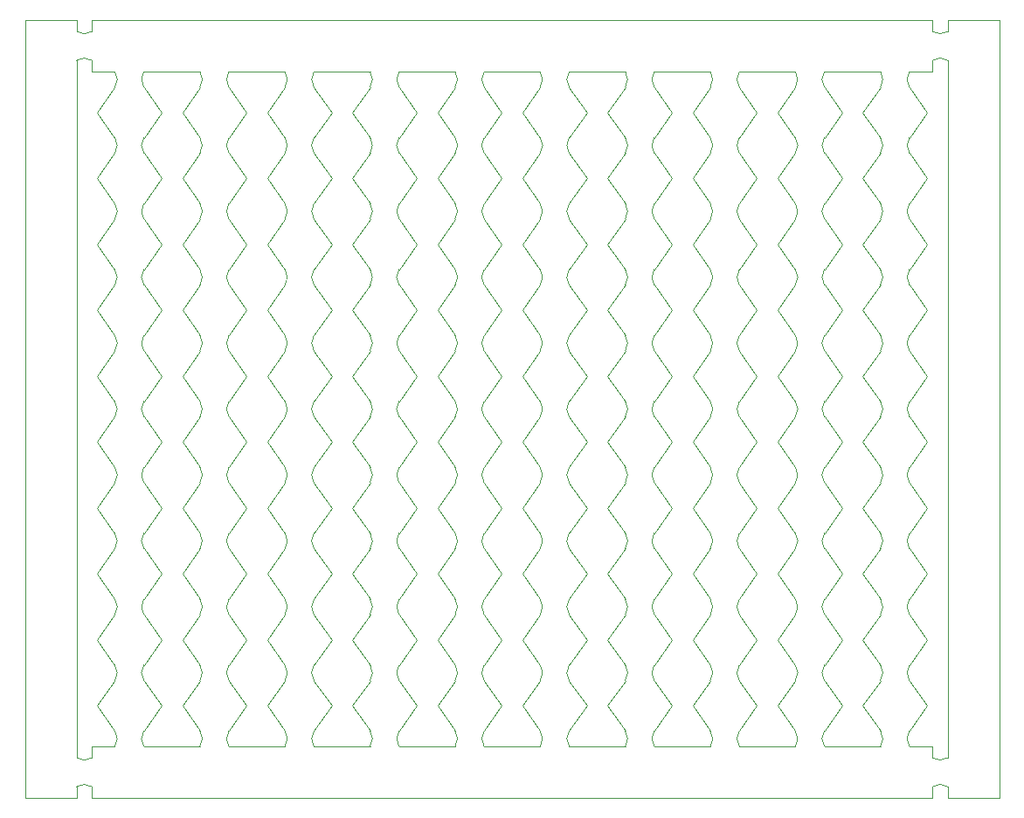
<source format=gbr>
%TF.GenerationSoftware,KiCad,Pcbnew,7.0.1*%
%TF.CreationDate,2024-10-11T23:10:47-04:00*%
%TF.ProjectId,PEST-panel,50455354-2d70-4616-9e65-6c2e6b696361,rev?*%
%TF.SameCoordinates,Original*%
%TF.FileFunction,Profile,NP*%
%FSLAX46Y46*%
G04 Gerber Fmt 4.6, Leading zero omitted, Abs format (unit mm)*
G04 Created by KiCad (PCBNEW 7.0.1) date 2024-10-11 23:10:47*
%MOMM*%
%LPD*%
G01*
G04 APERTURE LIST*
%TA.AperFunction,Profile*%
%ADD10C,0.100000*%
%TD*%
G04 APERTURE END LIST*
D10*
X84310153Y8947000D02*
X84310153Y-66493000D01*
X84310153Y-66493000D02*
X79310153Y-66493000D01*
X84310153Y8947000D02*
X79310153Y8947000D01*
X-5121587Y-62584820D02*
X-5121587Y5038820D01*
X-1408180Y-61493000D02*
X-3621587Y-61493000D01*
X6834994Y-61493000D02*
X1408180Y-61493000D01*
X15078168Y-61493000D02*
X9651354Y-61493000D01*
X23321342Y-61493000D02*
X17894528Y-61493000D01*
X31564516Y-61493000D02*
X26137702Y-61493000D01*
X39807690Y-61493000D02*
X34380876Y-61493000D01*
X48050864Y-61493000D02*
X42624050Y-61493000D01*
X56294038Y-61493000D02*
X50867224Y-61493000D01*
X64537212Y-61493000D02*
X59110398Y-61493000D01*
X72780386Y-61493000D02*
X67353572Y-61493000D01*
X77810153Y-61493000D02*
X75596746Y-61493000D01*
X79310153Y5038820D02*
X79310153Y-62584820D01*
X-3621587Y-61493000D02*
X-3621587Y-62584820D01*
X-3621587Y-66493000D02*
X-3621587Y-65401180D01*
X77810153Y-65401180D02*
X77810153Y-66493000D01*
X77810153Y-62584820D02*
X77810153Y-61493000D01*
X79310153Y-66493000D02*
X79310153Y-65401180D01*
X-5121587Y-66493000D02*
X-5121587Y-65401180D01*
X79310153Y8947000D02*
X79310153Y7855180D01*
X77810153Y-66493000D02*
X-3621587Y-66493000D01*
X77810153Y8947000D02*
X77810153Y7855180D01*
X77810153Y3947000D02*
X77810153Y5038820D01*
X75596746Y3947000D02*
X77810153Y3947000D01*
X67353572Y3947000D02*
X72780386Y3947000D01*
X59110398Y3947000D02*
X64537212Y3947000D01*
X50867224Y3947000D02*
X56294038Y3947000D01*
X42624050Y3947000D02*
X48050864Y3947000D01*
X34380876Y3947000D02*
X39807690Y3947000D01*
X26137702Y3947000D02*
X31564516Y3947000D01*
X17894528Y3947000D02*
X23321342Y3947000D01*
X9651354Y3947000D02*
X15078168Y3947000D01*
X1408180Y3947000D02*
X6834994Y3947000D01*
X-3621587Y3947000D02*
X-1408180Y3947000D01*
X-5121587Y8947000D02*
X-5121587Y7855180D01*
X-3621587Y5038820D02*
X-3621587Y3947000D01*
X-3621587Y7855180D02*
X-3621587Y8947000D01*
X-10121587Y8947000D02*
X-10121587Y-66493000D01*
X-5121587Y8947000D02*
X-10121587Y8947000D01*
X-5121587Y-66493000D02*
X-10121587Y-66493000D01*
X77810153Y8947000D02*
X-3621587Y8947000D01*
X77310153Y-57546000D02*
X75596745Y-59993000D01*
X71066979Y-57546000D02*
X72780387Y-55099000D01*
X75596745Y-55099000D02*
X77310153Y-57546000D01*
X72780387Y-59993000D02*
X71066979Y-57546000D01*
X69066979Y-57546000D02*
X67353571Y-59993000D01*
X62823805Y-57546000D02*
X64537213Y-55099000D01*
X67353571Y-55099000D02*
X69066979Y-57546000D01*
X64537213Y-59993000D02*
X62823805Y-57546000D01*
X60823805Y-57546000D02*
X59110397Y-59993000D01*
X54580631Y-57546000D02*
X56294039Y-55099000D01*
X59110397Y-55099000D02*
X60823805Y-57546000D01*
X56294039Y-59993000D02*
X54580631Y-57546000D01*
X52580631Y-57546000D02*
X50867223Y-59993000D01*
X46337457Y-57546000D02*
X48050865Y-55099000D01*
X50867223Y-55099000D02*
X52580631Y-57546000D01*
X48050865Y-59993000D02*
X46337457Y-57546000D01*
X44337457Y-57546000D02*
X42624049Y-59993000D01*
X38094283Y-57546000D02*
X39807691Y-55099000D01*
X42624049Y-55099000D02*
X44337457Y-57546000D01*
X39807691Y-59993000D02*
X38094283Y-57546000D01*
X36094283Y-57546000D02*
X34380875Y-59993000D01*
X29851109Y-57546000D02*
X31564517Y-55099000D01*
X34380875Y-55099000D02*
X36094283Y-57546000D01*
X31564517Y-59993000D02*
X29851109Y-57546000D01*
X27851109Y-57546000D02*
X26137701Y-59993000D01*
X21607935Y-57546000D02*
X23321343Y-55099000D01*
X26137701Y-55099000D02*
X27851109Y-57546000D01*
X23321343Y-59993000D02*
X21607935Y-57546000D01*
X19607935Y-57546000D02*
X17894527Y-59993000D01*
X13364761Y-57546000D02*
X15078169Y-55099000D01*
X17894527Y-55099000D02*
X19607935Y-57546000D01*
X15078169Y-59993000D02*
X13364761Y-57546000D01*
X11364761Y-57546000D02*
X9651353Y-59993000D01*
X5121587Y-57546000D02*
X6834995Y-55099000D01*
X9651353Y-55099000D02*
X11364761Y-57546000D01*
X6834995Y-59993000D02*
X5121587Y-57546000D01*
X3121587Y-57546000D02*
X1408179Y-59993000D01*
X-3121587Y-57546000D02*
X-1408179Y-55099000D01*
X1408179Y-55099000D02*
X3121587Y-57546000D01*
X-1408179Y-59993000D02*
X-3121587Y-57546000D01*
X77310153Y-51152000D02*
X75596745Y-53599000D01*
X71066979Y-51152000D02*
X72780387Y-48705000D01*
X75596745Y-48705000D02*
X77310153Y-51152000D01*
X72780387Y-53599000D02*
X71066979Y-51152000D01*
X69066979Y-51152000D02*
X67353571Y-53599000D01*
X62823805Y-51152000D02*
X64537213Y-48705000D01*
X67353571Y-48705000D02*
X69066979Y-51152000D01*
X64537213Y-53599000D02*
X62823805Y-51152000D01*
X60823805Y-51152000D02*
X59110397Y-53599000D01*
X54580631Y-51152000D02*
X56294039Y-48705000D01*
X59110397Y-48705000D02*
X60823805Y-51152000D01*
X56294039Y-53599000D02*
X54580631Y-51152000D01*
X52580631Y-51152000D02*
X50867223Y-53599000D01*
X46337457Y-51152000D02*
X48050865Y-48705000D01*
X50867223Y-48705000D02*
X52580631Y-51152000D01*
X48050865Y-53599000D02*
X46337457Y-51152000D01*
X44337457Y-51152000D02*
X42624049Y-53599000D01*
X38094283Y-51152000D02*
X39807691Y-48705000D01*
X42624049Y-48705000D02*
X44337457Y-51152000D01*
X39807691Y-53599000D02*
X38094283Y-51152000D01*
X36094283Y-51152000D02*
X34380875Y-53599000D01*
X29851109Y-51152000D02*
X31564517Y-48705000D01*
X34380875Y-48705000D02*
X36094283Y-51152000D01*
X31564517Y-53599000D02*
X29851109Y-51152000D01*
X27851109Y-51152000D02*
X26137701Y-53599000D01*
X21607935Y-51152000D02*
X23321343Y-48705000D01*
X26137701Y-48705000D02*
X27851109Y-51152000D01*
X23321343Y-53599000D02*
X21607935Y-51152000D01*
X19607935Y-51152000D02*
X17894527Y-53599000D01*
X13364761Y-51152000D02*
X15078169Y-48705000D01*
X17894527Y-48705000D02*
X19607935Y-51152000D01*
X15078169Y-53599000D02*
X13364761Y-51152000D01*
X11364761Y-51152000D02*
X9651353Y-53599000D01*
X5121587Y-51152000D02*
X6834995Y-48705000D01*
X9651353Y-48705000D02*
X11364761Y-51152000D01*
X6834995Y-53599000D02*
X5121587Y-51152000D01*
X3121587Y-51152000D02*
X1408179Y-53599000D01*
X-3121587Y-51152000D02*
X-1408179Y-48705000D01*
X1408179Y-48705000D02*
X3121587Y-51152000D01*
X-1408179Y-53599000D02*
X-3121587Y-51152000D01*
X77310153Y-44758000D02*
X75596745Y-47205000D01*
X71066979Y-44758000D02*
X72780387Y-42311000D01*
X75596745Y-42311000D02*
X77310153Y-44758000D01*
X72780387Y-47205000D02*
X71066979Y-44758000D01*
X69066979Y-44758000D02*
X67353571Y-47205000D01*
X62823805Y-44758000D02*
X64537213Y-42311000D01*
X67353571Y-42311000D02*
X69066979Y-44758000D01*
X64537213Y-47205000D02*
X62823805Y-44758000D01*
X60823805Y-44758000D02*
X59110397Y-47205000D01*
X54580631Y-44758000D02*
X56294039Y-42311000D01*
X59110397Y-42311000D02*
X60823805Y-44758000D01*
X56294039Y-47205000D02*
X54580631Y-44758000D01*
X52580631Y-44758000D02*
X50867223Y-47205000D01*
X46337457Y-44758000D02*
X48050865Y-42311000D01*
X50867223Y-42311000D02*
X52580631Y-44758000D01*
X48050865Y-47205000D02*
X46337457Y-44758000D01*
X44337457Y-44758000D02*
X42624049Y-47205000D01*
X38094283Y-44758000D02*
X39807691Y-42311000D01*
X42624049Y-42311000D02*
X44337457Y-44758000D01*
X39807691Y-47205000D02*
X38094283Y-44758000D01*
X36094283Y-44758000D02*
X34380875Y-47205000D01*
X29851109Y-44758000D02*
X31564517Y-42311000D01*
X34380875Y-42311000D02*
X36094283Y-44758000D01*
X31564517Y-47205000D02*
X29851109Y-44758000D01*
X27851109Y-44758000D02*
X26137701Y-47205000D01*
X21607935Y-44758000D02*
X23321343Y-42311000D01*
X26137701Y-42311000D02*
X27851109Y-44758000D01*
X23321343Y-47205000D02*
X21607935Y-44758000D01*
X19607935Y-44758000D02*
X17894527Y-47205000D01*
X13364761Y-44758000D02*
X15078169Y-42311000D01*
X17894527Y-42311000D02*
X19607935Y-44758000D01*
X15078169Y-47205000D02*
X13364761Y-44758000D01*
X11364761Y-44758000D02*
X9651353Y-47205000D01*
X5121587Y-44758000D02*
X6834995Y-42311000D01*
X9651353Y-42311000D02*
X11364761Y-44758000D01*
X6834995Y-47205000D02*
X5121587Y-44758000D01*
X3121587Y-44758000D02*
X1408179Y-47205000D01*
X-3121587Y-44758000D02*
X-1408179Y-42311000D01*
X1408179Y-42311000D02*
X3121587Y-44758000D01*
X-1408179Y-47205000D02*
X-3121587Y-44758000D01*
X77310153Y-38364000D02*
X75596745Y-40811000D01*
X71066979Y-38364000D02*
X72780387Y-35917000D01*
X75596745Y-35917000D02*
X77310153Y-38364000D01*
X72780387Y-40811000D02*
X71066979Y-38364000D01*
X69066979Y-38364000D02*
X67353571Y-40811000D01*
X62823805Y-38364000D02*
X64537213Y-35917000D01*
X67353571Y-35917000D02*
X69066979Y-38364000D01*
X64537213Y-40811000D02*
X62823805Y-38364000D01*
X60823805Y-38364000D02*
X59110397Y-40811000D01*
X54580631Y-38364000D02*
X56294039Y-35917000D01*
X59110397Y-35917000D02*
X60823805Y-38364000D01*
X56294039Y-40811000D02*
X54580631Y-38364000D01*
X52580631Y-38364000D02*
X50867223Y-40811000D01*
X46337457Y-38364000D02*
X48050865Y-35917000D01*
X50867223Y-35917000D02*
X52580631Y-38364000D01*
X48050865Y-40811000D02*
X46337457Y-38364000D01*
X44337457Y-38364000D02*
X42624049Y-40811000D01*
X38094283Y-38364000D02*
X39807691Y-35917000D01*
X42624049Y-35917000D02*
X44337457Y-38364000D01*
X39807691Y-40811000D02*
X38094283Y-38364000D01*
X36094283Y-38364000D02*
X34380875Y-40811000D01*
X29851109Y-38364000D02*
X31564517Y-35917000D01*
X34380875Y-35917000D02*
X36094283Y-38364000D01*
X31564517Y-40811000D02*
X29851109Y-38364000D01*
X27851109Y-38364000D02*
X26137701Y-40811000D01*
X21607935Y-38364000D02*
X23321343Y-35917000D01*
X26137701Y-35917000D02*
X27851109Y-38364000D01*
X23321343Y-40811000D02*
X21607935Y-38364000D01*
X19607935Y-38364000D02*
X17894527Y-40811000D01*
X13364761Y-38364000D02*
X15078169Y-35917000D01*
X17894527Y-35917000D02*
X19607935Y-38364000D01*
X15078169Y-40811000D02*
X13364761Y-38364000D01*
X11364761Y-38364000D02*
X9651353Y-40811000D01*
X5121587Y-38364000D02*
X6834995Y-35917000D01*
X9651353Y-35917000D02*
X11364761Y-38364000D01*
X6834995Y-40811000D02*
X5121587Y-38364000D01*
X3121587Y-38364000D02*
X1408179Y-40811000D01*
X-3121587Y-38364000D02*
X-1408179Y-35917000D01*
X1408179Y-35917000D02*
X3121587Y-38364000D01*
X-1408179Y-40811000D02*
X-3121587Y-38364000D01*
X77310153Y-31970000D02*
X75596745Y-34417000D01*
X71066979Y-31970000D02*
X72780387Y-29523000D01*
X75596745Y-29523000D02*
X77310153Y-31970000D01*
X72780387Y-34417000D02*
X71066979Y-31970000D01*
X69066979Y-31970000D02*
X67353571Y-34417000D01*
X62823805Y-31970000D02*
X64537213Y-29523000D01*
X67353571Y-29523000D02*
X69066979Y-31970000D01*
X64537213Y-34417000D02*
X62823805Y-31970000D01*
X60823805Y-31970000D02*
X59110397Y-34417000D01*
X54580631Y-31970000D02*
X56294039Y-29523000D01*
X59110397Y-29523000D02*
X60823805Y-31970000D01*
X56294039Y-34417000D02*
X54580631Y-31970000D01*
X52580631Y-31970000D02*
X50867223Y-34417000D01*
X46337457Y-31970000D02*
X48050865Y-29523000D01*
X50867223Y-29523000D02*
X52580631Y-31970000D01*
X48050865Y-34417000D02*
X46337457Y-31970000D01*
X44337457Y-31970000D02*
X42624049Y-34417000D01*
X38094283Y-31970000D02*
X39807691Y-29523000D01*
X42624049Y-29523000D02*
X44337457Y-31970000D01*
X39807691Y-34417000D02*
X38094283Y-31970000D01*
X36094283Y-31970000D02*
X34380875Y-34417000D01*
X29851109Y-31970000D02*
X31564517Y-29523000D01*
X34380875Y-29523000D02*
X36094283Y-31970000D01*
X31564517Y-34417000D02*
X29851109Y-31970000D01*
X27851109Y-31970000D02*
X26137701Y-34417000D01*
X21607935Y-31970000D02*
X23321343Y-29523000D01*
X26137701Y-29523000D02*
X27851109Y-31970000D01*
X23321343Y-34417000D02*
X21607935Y-31970000D01*
X19607935Y-31970000D02*
X17894527Y-34417000D01*
X13364761Y-31970000D02*
X15078169Y-29523000D01*
X17894527Y-29523000D02*
X19607935Y-31970000D01*
X15078169Y-34417000D02*
X13364761Y-31970000D01*
X11364761Y-31970000D02*
X9651353Y-34417000D01*
X5121587Y-31970000D02*
X6834995Y-29523000D01*
X9651353Y-29523000D02*
X11364761Y-31970000D01*
X6834995Y-34417000D02*
X5121587Y-31970000D01*
X3121587Y-31970000D02*
X1408179Y-34417000D01*
X-3121587Y-31970000D02*
X-1408179Y-29523000D01*
X1408179Y-29523000D02*
X3121587Y-31970000D01*
X-1408179Y-34417000D02*
X-3121587Y-31970000D01*
X77310153Y-25576000D02*
X75596745Y-28023000D01*
X71066979Y-25576000D02*
X72780387Y-23129000D01*
X75596745Y-23129000D02*
X77310153Y-25576000D01*
X72780387Y-28023000D02*
X71066979Y-25576000D01*
X69066979Y-25576000D02*
X67353571Y-28023000D01*
X62823805Y-25576000D02*
X64537213Y-23129000D01*
X67353571Y-23129000D02*
X69066979Y-25576000D01*
X64537213Y-28023000D02*
X62823805Y-25576000D01*
X60823805Y-25576000D02*
X59110397Y-28023000D01*
X54580631Y-25576000D02*
X56294039Y-23129000D01*
X59110397Y-23129000D02*
X60823805Y-25576000D01*
X56294039Y-28023000D02*
X54580631Y-25576000D01*
X52580631Y-25576000D02*
X50867223Y-28023000D01*
X46337457Y-25576000D02*
X48050865Y-23129000D01*
X50867223Y-23129000D02*
X52580631Y-25576000D01*
X48050865Y-28023000D02*
X46337457Y-25576000D01*
X44337457Y-25576000D02*
X42624049Y-28023000D01*
X38094283Y-25576000D02*
X39807691Y-23129000D01*
X42624049Y-23129000D02*
X44337457Y-25576000D01*
X39807691Y-28023000D02*
X38094283Y-25576000D01*
X36094283Y-25576000D02*
X34380875Y-28023000D01*
X29851109Y-25576000D02*
X31564517Y-23129000D01*
X34380875Y-23129000D02*
X36094283Y-25576000D01*
X31564517Y-28023000D02*
X29851109Y-25576000D01*
X27851109Y-25576000D02*
X26137701Y-28023000D01*
X21607935Y-25576000D02*
X23321343Y-23129000D01*
X26137701Y-23129000D02*
X27851109Y-25576000D01*
X23321343Y-28023000D02*
X21607935Y-25576000D01*
X19607935Y-25576000D02*
X17894527Y-28023000D01*
X13364761Y-25576000D02*
X15078169Y-23129000D01*
X17894527Y-23129000D02*
X19607935Y-25576000D01*
X15078169Y-28023000D02*
X13364761Y-25576000D01*
X11364761Y-25576000D02*
X9651353Y-28023000D01*
X5121587Y-25576000D02*
X6834995Y-23129000D01*
X9651353Y-23129000D02*
X11364761Y-25576000D01*
X6834995Y-28023000D02*
X5121587Y-25576000D01*
X3121587Y-25576000D02*
X1408179Y-28023000D01*
X-3121587Y-25576000D02*
X-1408179Y-23129000D01*
X1408179Y-23129000D02*
X3121587Y-25576000D01*
X-1408179Y-28023000D02*
X-3121587Y-25576000D01*
X77310153Y-19182000D02*
X75596745Y-21629000D01*
X71066979Y-19182000D02*
X72780387Y-16735000D01*
X75596745Y-16735000D02*
X77310153Y-19182000D01*
X72780387Y-21629000D02*
X71066979Y-19182000D01*
X69066979Y-19182000D02*
X67353571Y-21629000D01*
X62823805Y-19182000D02*
X64537213Y-16735000D01*
X67353571Y-16735000D02*
X69066979Y-19182000D01*
X64537213Y-21629000D02*
X62823805Y-19182000D01*
X60823805Y-19182000D02*
X59110397Y-21629000D01*
X54580631Y-19182000D02*
X56294039Y-16735000D01*
X59110397Y-16735000D02*
X60823805Y-19182000D01*
X56294039Y-21629000D02*
X54580631Y-19182000D01*
X52580631Y-19182000D02*
X50867223Y-21629000D01*
X46337457Y-19182000D02*
X48050865Y-16735000D01*
X50867223Y-16735000D02*
X52580631Y-19182000D01*
X48050865Y-21629000D02*
X46337457Y-19182000D01*
X44337457Y-19182000D02*
X42624049Y-21629000D01*
X38094283Y-19182000D02*
X39807691Y-16735000D01*
X42624049Y-16735000D02*
X44337457Y-19182000D01*
X39807691Y-21629000D02*
X38094283Y-19182000D01*
X36094283Y-19182000D02*
X34380875Y-21629000D01*
X29851109Y-19182000D02*
X31564517Y-16735000D01*
X34380875Y-16735000D02*
X36094283Y-19182000D01*
X31564517Y-21629000D02*
X29851109Y-19182000D01*
X27851109Y-19182000D02*
X26137701Y-21629000D01*
X21607935Y-19182000D02*
X23321343Y-16735000D01*
X26137701Y-16735000D02*
X27851109Y-19182000D01*
X23321343Y-21629000D02*
X21607935Y-19182000D01*
X19607935Y-19182000D02*
X17894527Y-21629000D01*
X13364761Y-19182000D02*
X15078169Y-16735000D01*
X17894527Y-16735000D02*
X19607935Y-19182000D01*
X15078169Y-21629000D02*
X13364761Y-19182000D01*
X11364761Y-19182000D02*
X9651353Y-21629000D01*
X5121587Y-19182000D02*
X6834995Y-16735000D01*
X9651353Y-16735000D02*
X11364761Y-19182000D01*
X6834995Y-21629000D02*
X5121587Y-19182000D01*
X3121587Y-19182000D02*
X1408179Y-21629000D01*
X-3121587Y-19182000D02*
X-1408179Y-16735000D01*
X1408179Y-16735000D02*
X3121587Y-19182000D01*
X-1408179Y-21629000D02*
X-3121587Y-19182000D01*
X77310153Y-12788000D02*
X75596745Y-15235000D01*
X71066979Y-12788000D02*
X72780387Y-10341000D01*
X75596745Y-10341000D02*
X77310153Y-12788000D01*
X72780387Y-15235000D02*
X71066979Y-12788000D01*
X69066979Y-12788000D02*
X67353571Y-15235000D01*
X62823805Y-12788000D02*
X64537213Y-10341000D01*
X67353571Y-10341000D02*
X69066979Y-12788000D01*
X64537213Y-15235000D02*
X62823805Y-12788000D01*
X60823805Y-12788000D02*
X59110397Y-15235000D01*
X54580631Y-12788000D02*
X56294039Y-10341000D01*
X59110397Y-10341000D02*
X60823805Y-12788000D01*
X56294039Y-15235000D02*
X54580631Y-12788000D01*
X52580631Y-12788000D02*
X50867223Y-15235000D01*
X46337457Y-12788000D02*
X48050865Y-10341000D01*
X50867223Y-10341000D02*
X52580631Y-12788000D01*
X48050865Y-15235000D02*
X46337457Y-12788000D01*
X44337457Y-12788000D02*
X42624049Y-15235000D01*
X38094283Y-12788000D02*
X39807691Y-10341000D01*
X42624049Y-10341000D02*
X44337457Y-12788000D01*
X39807691Y-15235000D02*
X38094283Y-12788000D01*
X36094283Y-12788000D02*
X34380875Y-15235000D01*
X29851109Y-12788000D02*
X31564517Y-10341000D01*
X34380875Y-10341000D02*
X36094283Y-12788000D01*
X31564517Y-15235000D02*
X29851109Y-12788000D01*
X27851109Y-12788000D02*
X26137701Y-15235000D01*
X21607935Y-12788000D02*
X23321343Y-10341000D01*
X26137701Y-10341000D02*
X27851109Y-12788000D01*
X23321343Y-15235000D02*
X21607935Y-12788000D01*
X19607935Y-12788000D02*
X17894527Y-15235000D01*
X13364761Y-12788000D02*
X15078169Y-10341000D01*
X17894527Y-10341000D02*
X19607935Y-12788000D01*
X15078169Y-15235000D02*
X13364761Y-12788000D01*
X11364761Y-12788000D02*
X9651353Y-15235000D01*
X5121587Y-12788000D02*
X6834995Y-10341000D01*
X9651353Y-10341000D02*
X11364761Y-12788000D01*
X6834995Y-15235000D02*
X5121587Y-12788000D01*
X3121587Y-12788000D02*
X1408179Y-15235000D01*
X-3121587Y-12788000D02*
X-1408179Y-10341000D01*
X1408179Y-10341000D02*
X3121587Y-12788000D01*
X-1408179Y-15235000D02*
X-3121587Y-12788000D01*
X77310153Y-6394000D02*
X75596745Y-8841000D01*
X71066979Y-6394000D02*
X72780387Y-3947000D01*
X75596745Y-3947000D02*
X77310153Y-6394000D01*
X72780387Y-8841000D02*
X71066979Y-6394000D01*
X69066979Y-6394000D02*
X67353571Y-8841000D01*
X62823805Y-6394000D02*
X64537213Y-3947000D01*
X67353571Y-3947000D02*
X69066979Y-6394000D01*
X64537213Y-8841000D02*
X62823805Y-6394000D01*
X60823805Y-6394000D02*
X59110397Y-8841000D01*
X54580631Y-6394000D02*
X56294039Y-3947000D01*
X59110397Y-3947000D02*
X60823805Y-6394000D01*
X56294039Y-8841000D02*
X54580631Y-6394000D01*
X52580631Y-6394000D02*
X50867223Y-8841000D01*
X46337457Y-6394000D02*
X48050865Y-3947000D01*
X50867223Y-3947000D02*
X52580631Y-6394000D01*
X48050865Y-8841000D02*
X46337457Y-6394000D01*
X44337457Y-6394000D02*
X42624049Y-8841000D01*
X38094283Y-6394000D02*
X39807691Y-3947000D01*
X42624049Y-3947000D02*
X44337457Y-6394000D01*
X39807691Y-8841000D02*
X38094283Y-6394000D01*
X36094283Y-6394000D02*
X34380875Y-8841000D01*
X29851109Y-6394000D02*
X31564517Y-3947000D01*
X34380875Y-3947000D02*
X36094283Y-6394000D01*
X31564517Y-8841000D02*
X29851109Y-6394000D01*
X27851109Y-6394000D02*
X26137701Y-8841000D01*
X21607935Y-6394000D02*
X23321343Y-3947000D01*
X26137701Y-3947000D02*
X27851109Y-6394000D01*
X23321343Y-8841000D02*
X21607935Y-6394000D01*
X19607935Y-6394000D02*
X17894527Y-8841000D01*
X13364761Y-6394000D02*
X15078169Y-3947000D01*
X17894527Y-3947000D02*
X19607935Y-6394000D01*
X15078169Y-8841000D02*
X13364761Y-6394000D01*
X11364761Y-6394000D02*
X9651353Y-8841000D01*
X5121587Y-6394000D02*
X6834995Y-3947000D01*
X9651353Y-3947000D02*
X11364761Y-6394000D01*
X6834995Y-8841000D02*
X5121587Y-6394000D01*
X3121587Y-6394000D02*
X1408179Y-8841000D01*
X-3121587Y-6394000D02*
X-1408179Y-3947000D01*
X1408179Y-3947000D02*
X3121587Y-6394000D01*
X-1408179Y-8841000D02*
X-3121587Y-6394000D01*
X77310153Y0D02*
X75596745Y-2447000D01*
X71066979Y0D02*
X72780387Y2447000D01*
X75596745Y2447000D02*
X77310153Y0D01*
X72780387Y-2447000D02*
X71066979Y0D01*
X69066979Y0D02*
X67353571Y-2447000D01*
X62823805Y0D02*
X64537213Y2447000D01*
X67353571Y2447000D02*
X69066979Y0D01*
X64537213Y-2447000D02*
X62823805Y0D01*
X60823805Y0D02*
X59110397Y-2447000D01*
X54580631Y0D02*
X56294039Y2447000D01*
X59110397Y2447000D02*
X60823805Y0D01*
X56294039Y-2447000D02*
X54580631Y0D01*
X52580631Y0D02*
X50867223Y-2447000D01*
X46337457Y0D02*
X48050865Y2447000D01*
X50867223Y2447000D02*
X52580631Y0D01*
X48050865Y-2447000D02*
X46337457Y0D01*
X44337457Y0D02*
X42624049Y-2447000D01*
X38094283Y0D02*
X39807691Y2447000D01*
X42624049Y2447000D02*
X44337457Y0D01*
X39807691Y-2447000D02*
X38094283Y0D01*
X36094283Y0D02*
X34380875Y-2447000D01*
X29851109Y0D02*
X31564517Y2447000D01*
X34380875Y2447000D02*
X36094283Y0D01*
X31564517Y-2447000D02*
X29851109Y0D01*
X27851109Y0D02*
X26137701Y-2447000D01*
X21607935Y0D02*
X23321343Y2447000D01*
X26137701Y2447000D02*
X27851109Y0D01*
X23321343Y-2447000D02*
X21607935Y0D01*
X19607935Y0D02*
X17894527Y-2447000D01*
X13364761Y0D02*
X15078169Y2447000D01*
X17894527Y2447000D02*
X19607935Y0D01*
X15078169Y-2447000D02*
X13364761Y0D01*
X11364761Y0D02*
X9651353Y-2447000D01*
X5121587Y0D02*
X6834995Y2447000D01*
X9651353Y2447000D02*
X11364761Y0D01*
X6834995Y-2447000D02*
X5121587Y0D01*
X-3121587Y0D02*
X-1408179Y2447000D01*
X-1408179Y-2447000D02*
X-3121587Y0D01*
X1408179Y2447000D02*
X3121587Y0D01*
X3121587Y0D02*
X1408179Y-2447000D01*
%TO.C,REF\u002A\u002A*%
X-5121586Y-62584819D02*
G75*
G03*
X-3621588Y-62584819I749999J1071819D01*
G01*
X-3621588Y-65401181D02*
G75*
G03*
X-5121586Y-65401181I-749999J-1071819D01*
G01*
X77810154Y-62584819D02*
G75*
G03*
X79310152Y-62584819I749999J1071819D01*
G01*
X79310152Y-65401181D02*
G75*
G03*
X77810154Y-65401181I-749999J-1071819D01*
G01*
X79310152Y5038819D02*
G75*
G03*
X77810154Y5038819I-749999J-1071819D01*
G01*
X77810154Y7855181D02*
G75*
G03*
X79310152Y7855181I749999J1071819D01*
G01*
X-3621588Y5038819D02*
G75*
G03*
X-5121586Y5038819I-749999J-1071819D01*
G01*
X-5121586Y7855181D02*
G75*
G03*
X-3621588Y7855181I749999J1071819D01*
G01*
%TO.C,REF\u002A\u002A198*%
X1408181Y-59993001D02*
G75*
G03*
X1408181Y-61492999I1071819J-749999D01*
G01*
X-1408181Y-61492999D02*
G75*
G03*
X-1408181Y-59993001I-1071819J749999D01*
G01*
%TO.C,REF\u002A\u002A196*%
X9651355Y-59993001D02*
G75*
G03*
X9651355Y-61492999I1071819J-749999D01*
G01*
X6834993Y-61492999D02*
G75*
G03*
X6834993Y-59993001I-1071819J749999D01*
G01*
%TO.C,REF\u002A\u002A191*%
X26137703Y-59993001D02*
G75*
G03*
X26137703Y-61492999I1071819J-749999D01*
G01*
X23321341Y-61492999D02*
G75*
G03*
X23321341Y-59993001I-1071819J749999D01*
G01*
%TO.C,REF\u002A\u002A194*%
X17894529Y-59993001D02*
G75*
G03*
X17894529Y-61492999I1071819J-749999D01*
G01*
X15078167Y-61492999D02*
G75*
G03*
X15078167Y-59993001I-1071819J749999D01*
G01*
%TO.C,REF\u002A\u002A183*%
X59110399Y-59993001D02*
G75*
G03*
X59110399Y-61492999I1071819J-749999D01*
G01*
X56294037Y-61492999D02*
G75*
G03*
X56294037Y-59993001I-1071819J749999D01*
G01*
%TO.C,REF\u002A\u002A190*%
X34380877Y-59993001D02*
G75*
G03*
X34380877Y-61492999I1071819J-749999D01*
G01*
X31564515Y-61492999D02*
G75*
G03*
X31564515Y-59993001I-1071819J749999D01*
G01*
%TO.C,REF\u002A\u002A187*%
X42624051Y-59993001D02*
G75*
G03*
X42624051Y-61492999I1071819J-749999D01*
G01*
X39807689Y-61492999D02*
G75*
G03*
X39807689Y-59993001I-1071819J749999D01*
G01*
%TO.C,REF\u002A\u002A185*%
X50867225Y-59993001D02*
G75*
G03*
X50867225Y-61492999I1071819J-749999D01*
G01*
X48050863Y-61492999D02*
G75*
G03*
X48050863Y-59993001I-1071819J749999D01*
G01*
%TO.C,REF\u002A\u002A181*%
X67353573Y-59993001D02*
G75*
G03*
X67353573Y-61492999I1071819J-749999D01*
G01*
X64537211Y-61492999D02*
G75*
G03*
X64537211Y-59993001I-1071819J749999D01*
G01*
%TO.C,REF\u002A\u002A179*%
X75596747Y-59993001D02*
G75*
G03*
X75596747Y-61492999I1071819J-749999D01*
G01*
X72780385Y-61492999D02*
G75*
G03*
X72780385Y-59993001I-1071819J749999D01*
G01*
%TO.C,REF\u002A\u002A198*%
X72780385Y-55098999D02*
G75*
G03*
X72780385Y-53599001I-1071819J749999D01*
G01*
X75596747Y-53599001D02*
G75*
G03*
X75596747Y-55098999I1071819J-749999D01*
G01*
%TO.C,REF\u002A\u002A196*%
X64537211Y-55098999D02*
G75*
G03*
X64537211Y-53599001I-1071819J749999D01*
G01*
X67353573Y-53599001D02*
G75*
G03*
X67353573Y-55098999I1071819J-749999D01*
G01*
%TO.C,REF\u002A\u002A194*%
X56294037Y-55098999D02*
G75*
G03*
X56294037Y-53599001I-1071819J749999D01*
G01*
X59110399Y-53599001D02*
G75*
G03*
X59110399Y-55098999I1071819J-749999D01*
G01*
%TO.C,REF\u002A\u002A191*%
X48050863Y-55098999D02*
G75*
G03*
X48050863Y-53599001I-1071819J749999D01*
G01*
X50867225Y-53599001D02*
G75*
G03*
X50867225Y-55098999I1071819J-749999D01*
G01*
%TO.C,REF\u002A\u002A190*%
X39807689Y-55098999D02*
G75*
G03*
X39807689Y-53599001I-1071819J749999D01*
G01*
X42624051Y-53599001D02*
G75*
G03*
X42624051Y-55098999I1071819J-749999D01*
G01*
%TO.C,REF\u002A\u002A187*%
X31564515Y-55098999D02*
G75*
G03*
X31564515Y-53599001I-1071819J749999D01*
G01*
X34380877Y-53599001D02*
G75*
G03*
X34380877Y-55098999I1071819J-749999D01*
G01*
%TO.C,REF\u002A\u002A185*%
X23321341Y-55098999D02*
G75*
G03*
X23321341Y-53599001I-1071819J749999D01*
G01*
X26137703Y-53599001D02*
G75*
G03*
X26137703Y-55098999I1071819J-749999D01*
G01*
%TO.C,REF\u002A\u002A183*%
X15078167Y-55098999D02*
G75*
G03*
X15078167Y-53599001I-1071819J749999D01*
G01*
X17894529Y-53599001D02*
G75*
G03*
X17894529Y-55098999I1071819J-749999D01*
G01*
%TO.C,REF\u002A\u002A181*%
X6834993Y-55098999D02*
G75*
G03*
X6834993Y-53599001I-1071819J749999D01*
G01*
X9651355Y-53599001D02*
G75*
G03*
X9651355Y-55098999I1071819J-749999D01*
G01*
%TO.C,REF\u002A\u002A179*%
X-1408181Y-55098999D02*
G75*
G03*
X-1408181Y-53599001I-1071819J749999D01*
G01*
X1408181Y-53599001D02*
G75*
G03*
X1408181Y-55098999I1071819J-749999D01*
G01*
%TO.C,REF\u002A\u002A178*%
X72780385Y-48704999D02*
G75*
G03*
X72780385Y-47205001I-1071819J749999D01*
G01*
X75596747Y-47205001D02*
G75*
G03*
X75596747Y-48704999I1071819J-749999D01*
G01*
%TO.C,REF\u002A\u002A176*%
X64537211Y-48704999D02*
G75*
G03*
X64537211Y-47205001I-1071819J749999D01*
G01*
X67353573Y-47205001D02*
G75*
G03*
X67353573Y-48704999I1071819J-749999D01*
G01*
%TO.C,REF\u002A\u002A173*%
X56294037Y-48704999D02*
G75*
G03*
X56294037Y-47205001I-1071819J749999D01*
G01*
X59110399Y-47205001D02*
G75*
G03*
X59110399Y-48704999I1071819J-749999D01*
G01*
%TO.C,REF\u002A\u002A171*%
X48050863Y-48704999D02*
G75*
G03*
X48050863Y-47205001I-1071819J749999D01*
G01*
X50867225Y-47205001D02*
G75*
G03*
X50867225Y-48704999I1071819J-749999D01*
G01*
%TO.C,REF\u002A\u002A169*%
X39807689Y-48704999D02*
G75*
G03*
X39807689Y-47205001I-1071819J749999D01*
G01*
X42624051Y-47205001D02*
G75*
G03*
X42624051Y-48704999I1071819J-749999D01*
G01*
%TO.C,REF\u002A\u002A168*%
X31564515Y-48704999D02*
G75*
G03*
X31564515Y-47205001I-1071819J749999D01*
G01*
X34380877Y-47205001D02*
G75*
G03*
X34380877Y-48704999I1071819J-749999D01*
G01*
%TO.C,REF\u002A\u002A166*%
X23321341Y-48704999D02*
G75*
G03*
X23321341Y-47205001I-1071819J749999D01*
G01*
X26137703Y-47205001D02*
G75*
G03*
X26137703Y-48704999I1071819J-749999D01*
G01*
%TO.C,REF\u002A\u002A164*%
X15078167Y-48704999D02*
G75*
G03*
X15078167Y-47205001I-1071819J749999D01*
G01*
X17894529Y-47205001D02*
G75*
G03*
X17894529Y-48704999I1071819J-749999D01*
G01*
%TO.C,REF\u002A\u002A162*%
X6834993Y-48704999D02*
G75*
G03*
X6834993Y-47205001I-1071819J749999D01*
G01*
X9651355Y-47205001D02*
G75*
G03*
X9651355Y-48704999I1071819J-749999D01*
G01*
%TO.C,REF\u002A\u002A159*%
X-1408181Y-48704999D02*
G75*
G03*
X-1408181Y-47205001I-1071819J749999D01*
G01*
X1408181Y-47205001D02*
G75*
G03*
X1408181Y-48704999I1071819J-749999D01*
G01*
%TO.C,REF\u002A\u002A157*%
X72780385Y-42310999D02*
G75*
G03*
X72780385Y-40811001I-1071819J749999D01*
G01*
X75596747Y-40811001D02*
G75*
G03*
X75596747Y-42310999I1071819J-749999D01*
G01*
%TO.C,REF\u002A\u002A156*%
X64537211Y-42310999D02*
G75*
G03*
X64537211Y-40811001I-1071819J749999D01*
G01*
X67353573Y-40811001D02*
G75*
G03*
X67353573Y-42310999I1071819J-749999D01*
G01*
%TO.C,REF\u002A\u002A153*%
X56294037Y-42310999D02*
G75*
G03*
X56294037Y-40811001I-1071819J749999D01*
G01*
X59110399Y-40811001D02*
G75*
G03*
X59110399Y-42310999I1071819J-749999D01*
G01*
%TO.C,REF\u002A\u002A152*%
X48050863Y-42310999D02*
G75*
G03*
X48050863Y-40811001I-1071819J749999D01*
G01*
X50867225Y-40811001D02*
G75*
G03*
X50867225Y-42310999I1071819J-749999D01*
G01*
%TO.C,REF\u002A\u002A150*%
X39807689Y-42310999D02*
G75*
G03*
X39807689Y-40811001I-1071819J749999D01*
G01*
X42624051Y-40811001D02*
G75*
G03*
X42624051Y-42310999I1071819J-749999D01*
G01*
%TO.C,REF\u002A\u002A148*%
X31564515Y-42310999D02*
G75*
G03*
X31564515Y-40811001I-1071819J749999D01*
G01*
X34380877Y-40811001D02*
G75*
G03*
X34380877Y-42310999I1071819J-749999D01*
G01*
%TO.C,REF\u002A\u002A146*%
X23321341Y-42310999D02*
G75*
G03*
X23321341Y-40811001I-1071819J749999D01*
G01*
X26137703Y-40811001D02*
G75*
G03*
X26137703Y-42310999I1071819J-749999D01*
G01*
%TO.C,REF\u002A\u002A143*%
X15078167Y-42310999D02*
G75*
G03*
X15078167Y-40811001I-1071819J749999D01*
G01*
X17894529Y-40811001D02*
G75*
G03*
X17894529Y-42310999I1071819J-749999D01*
G01*
%TO.C,REF\u002A\u002A142*%
X6834993Y-42310999D02*
G75*
G03*
X6834993Y-40811001I-1071819J749999D01*
G01*
X9651355Y-40811001D02*
G75*
G03*
X9651355Y-42310999I1071819J-749999D01*
G01*
%TO.C,REF\u002A\u002A139*%
X-1408181Y-42310999D02*
G75*
G03*
X-1408181Y-40811001I-1071819J749999D01*
G01*
X1408181Y-40811001D02*
G75*
G03*
X1408181Y-42310999I1071819J-749999D01*
G01*
%TO.C,REF\u002A\u002A137*%
X72780385Y-35916999D02*
G75*
G03*
X72780385Y-34417001I-1071819J749999D01*
G01*
X75596747Y-34417001D02*
G75*
G03*
X75596747Y-35916999I1071819J-749999D01*
G01*
%TO.C,REF\u002A\u002A135*%
X64537211Y-35916999D02*
G75*
G03*
X64537211Y-34417001I-1071819J749999D01*
G01*
X67353573Y-34417001D02*
G75*
G03*
X67353573Y-35916999I1071819J-749999D01*
G01*
%TO.C,REF\u002A\u002A133*%
X56294037Y-35916999D02*
G75*
G03*
X56294037Y-34417001I-1071819J749999D01*
G01*
X59110399Y-34417001D02*
G75*
G03*
X59110399Y-35916999I1071819J-749999D01*
G01*
%TO.C,REF\u002A\u002A131*%
X48050863Y-35916999D02*
G75*
G03*
X48050863Y-34417001I-1071819J749999D01*
G01*
X50867225Y-34417001D02*
G75*
G03*
X50867225Y-35916999I1071819J-749999D01*
G01*
%TO.C,REF\u002A\u002A129*%
X39807689Y-35916999D02*
G75*
G03*
X39807689Y-34417001I-1071819J749999D01*
G01*
X42624051Y-34417001D02*
G75*
G03*
X42624051Y-35916999I1071819J-749999D01*
G01*
%TO.C,REF\u002A\u002A127*%
X31564515Y-35916999D02*
G75*
G03*
X31564515Y-34417001I-1071819J749999D01*
G01*
X34380877Y-34417001D02*
G75*
G03*
X34380877Y-35916999I1071819J-749999D01*
G01*
%TO.C,REF\u002A\u002A126*%
X23321341Y-35916999D02*
G75*
G03*
X23321341Y-34417001I-1071819J749999D01*
G01*
X26137703Y-34417001D02*
G75*
G03*
X26137703Y-35916999I1071819J-749999D01*
G01*
%TO.C,REF\u002A\u002A124*%
X15078167Y-35916999D02*
G75*
G03*
X15078167Y-34417001I-1071819J749999D01*
G01*
X17894529Y-34417001D02*
G75*
G03*
X17894529Y-35916999I1071819J-749999D01*
G01*
%TO.C,REF\u002A\u002A122*%
X6834993Y-35916999D02*
G75*
G03*
X6834993Y-34417001I-1071819J749999D01*
G01*
X9651355Y-34417001D02*
G75*
G03*
X9651355Y-35916999I1071819J-749999D01*
G01*
%TO.C,REF\u002A\u002A119*%
X-1408181Y-35916999D02*
G75*
G03*
X-1408181Y-34417001I-1071819J749999D01*
G01*
X1408181Y-34417001D02*
G75*
G03*
X1408181Y-35916999I1071819J-749999D01*
G01*
%TO.C,REF\u002A\u002A117*%
X72780385Y-29522999D02*
G75*
G03*
X72780385Y-28023001I-1071819J749999D01*
G01*
X75596747Y-28023001D02*
G75*
G03*
X75596747Y-29522999I1071819J-749999D01*
G01*
%TO.C,REF\u002A\u002A115*%
X64537211Y-29522999D02*
G75*
G03*
X64537211Y-28023001I-1071819J749999D01*
G01*
X67353573Y-28023001D02*
G75*
G03*
X67353573Y-29522999I1071819J-749999D01*
G01*
%TO.C,REF\u002A\u002A113*%
X56294037Y-29522999D02*
G75*
G03*
X56294037Y-28023001I-1071819J749999D01*
G01*
X59110399Y-28023001D02*
G75*
G03*
X59110399Y-29522999I1071819J-749999D01*
G01*
%TO.C,REF\u002A\u002A111*%
X48050863Y-29522999D02*
G75*
G03*
X48050863Y-28023001I-1071819J749999D01*
G01*
X50867225Y-28023001D02*
G75*
G03*
X50867225Y-29522999I1071819J-749999D01*
G01*
%TO.C,REF\u002A\u002A109*%
X39807689Y-29522999D02*
G75*
G03*
X39807689Y-28023001I-1071819J749999D01*
G01*
X42624051Y-28023001D02*
G75*
G03*
X42624051Y-29522999I1071819J-749999D01*
G01*
%TO.C,REF\u002A\u002A108*%
X31564515Y-29522999D02*
G75*
G03*
X31564515Y-28023001I-1071819J749999D01*
G01*
X34380877Y-28023001D02*
G75*
G03*
X34380877Y-29522999I1071819J-749999D01*
G01*
%TO.C,REF\u002A\u002A105*%
X23321341Y-29522999D02*
G75*
G03*
X23321341Y-28023001I-1071819J749999D01*
G01*
X26137703Y-28023001D02*
G75*
G03*
X26137703Y-29522999I1071819J-749999D01*
G01*
%TO.C,REF\u002A\u002A104*%
X15078167Y-29522999D02*
G75*
G03*
X15078167Y-28023001I-1071819J749999D01*
G01*
X17894529Y-28023001D02*
G75*
G03*
X17894529Y-29522999I1071819J-749999D01*
G01*
%TO.C,REF\u002A\u002A102*%
X6834993Y-29522999D02*
G75*
G03*
X6834993Y-28023001I-1071819J749999D01*
G01*
X9651355Y-28023001D02*
G75*
G03*
X9651355Y-29522999I1071819J-749999D01*
G01*
%TO.C,REF\u002A\u002A100*%
X-1408181Y-29522999D02*
G75*
G03*
X-1408181Y-28023001I-1071819J749999D01*
G01*
X1408181Y-28023001D02*
G75*
G03*
X1408181Y-29522999I1071819J-749999D01*
G01*
%TO.C,REF\u002A\u002A97*%
X72780385Y-23128999D02*
G75*
G03*
X72780385Y-21629001I-1071819J749999D01*
G01*
X75596747Y-21629001D02*
G75*
G03*
X75596747Y-23128999I1071819J-749999D01*
G01*
%TO.C,REF\u002A\u002A96*%
X64537211Y-23128999D02*
G75*
G03*
X64537211Y-21629001I-1071819J749999D01*
G01*
X67353573Y-21629001D02*
G75*
G03*
X67353573Y-23128999I1071819J-749999D01*
G01*
%TO.C,REF\u002A\u002A93*%
X56294037Y-23128999D02*
G75*
G03*
X56294037Y-21629001I-1071819J749999D01*
G01*
X59110399Y-21629001D02*
G75*
G03*
X59110399Y-23128999I1071819J-749999D01*
G01*
%TO.C,REF\u002A\u002A92*%
X48050863Y-23128999D02*
G75*
G03*
X48050863Y-21629001I-1071819J749999D01*
G01*
X50867225Y-21629001D02*
G75*
G03*
X50867225Y-23128999I1071819J-749999D01*
G01*
%TO.C,REF\u002A\u002A90*%
X39807689Y-23128999D02*
G75*
G03*
X39807689Y-21629001I-1071819J749999D01*
G01*
X42624051Y-21629001D02*
G75*
G03*
X42624051Y-23128999I1071819J-749999D01*
G01*
%TO.C,REF\u002A\u002A87*%
X31564515Y-23128999D02*
G75*
G03*
X31564515Y-21629001I-1071819J749999D01*
G01*
X34380877Y-21629001D02*
G75*
G03*
X34380877Y-23128999I1071819J-749999D01*
G01*
%TO.C,REF\u002A\u002A86*%
X23321341Y-23128999D02*
G75*
G03*
X23321341Y-21629001I-1071819J749999D01*
G01*
X26137703Y-21629001D02*
G75*
G03*
X26137703Y-23128999I1071819J-749999D01*
G01*
%TO.C,REF\u002A\u002A83*%
X15078167Y-23128999D02*
G75*
G03*
X15078167Y-21629001I-1071819J749999D01*
G01*
X17894529Y-21629001D02*
G75*
G03*
X17894529Y-23128999I1071819J-749999D01*
G01*
%TO.C,REF\u002A\u002A82*%
X6834993Y-23128999D02*
G75*
G03*
X6834993Y-21629001I-1071819J749999D01*
G01*
X9651355Y-21629001D02*
G75*
G03*
X9651355Y-23128999I1071819J-749999D01*
G01*
%TO.C,REF\u002A\u002A80*%
X-1408181Y-23128999D02*
G75*
G03*
X-1408181Y-21629001I-1071819J749999D01*
G01*
X1408181Y-21629001D02*
G75*
G03*
X1408181Y-23128999I1071819J-749999D01*
G01*
%TO.C,REF\u002A\u002A78*%
X72780385Y-16734999D02*
G75*
G03*
X72780385Y-15235001I-1071819J749999D01*
G01*
X75596747Y-15235001D02*
G75*
G03*
X75596747Y-16734999I1071819J-749999D01*
G01*
%TO.C,REF\u002A\u002A76*%
X64537211Y-16734999D02*
G75*
G03*
X64537211Y-15235001I-1071819J749999D01*
G01*
X67353573Y-15235001D02*
G75*
G03*
X67353573Y-16734999I1071819J-749999D01*
G01*
%TO.C,REF\u002A\u002A73*%
X56294037Y-16734999D02*
G75*
G03*
X56294037Y-15235001I-1071819J749999D01*
G01*
X59110399Y-15235001D02*
G75*
G03*
X59110399Y-16734999I1071819J-749999D01*
G01*
%TO.C,REF\u002A\u002A71*%
X48050863Y-16734999D02*
G75*
G03*
X48050863Y-15235001I-1071819J749999D01*
G01*
X50867225Y-15235001D02*
G75*
G03*
X50867225Y-16734999I1071819J-749999D01*
G01*
%TO.C,REF\u002A\u002A70*%
X39807689Y-16734999D02*
G75*
G03*
X39807689Y-15235001I-1071819J749999D01*
G01*
X42624051Y-15235001D02*
G75*
G03*
X42624051Y-16734999I1071819J-749999D01*
G01*
%TO.C,REF\u002A\u002A68*%
X31564515Y-16734999D02*
G75*
G03*
X31564515Y-15235001I-1071819J749999D01*
G01*
X34380877Y-15235001D02*
G75*
G03*
X34380877Y-16734999I1071819J-749999D01*
G01*
%TO.C,REF\u002A\u002A65*%
X23321341Y-16734999D02*
G75*
G03*
X23321341Y-15235001I-1071819J749999D01*
G01*
X26137703Y-15235001D02*
G75*
G03*
X26137703Y-16734999I1071819J-749999D01*
G01*
%TO.C,REF\u002A\u002A63*%
X15078167Y-16734999D02*
G75*
G03*
X15078167Y-15235001I-1071819J749999D01*
G01*
X17894529Y-15235001D02*
G75*
G03*
X17894529Y-16734999I1071819J-749999D01*
G01*
%TO.C,REF\u002A\u002A62*%
X6834993Y-16734999D02*
G75*
G03*
X6834993Y-15235001I-1071819J749999D01*
G01*
X9651355Y-15235001D02*
G75*
G03*
X9651355Y-16734999I1071819J-749999D01*
G01*
%TO.C,REF\u002A\u002A60*%
X-1408181Y-16734999D02*
G75*
G03*
X-1408181Y-15235001I-1071819J749999D01*
G01*
X1408181Y-15235001D02*
G75*
G03*
X1408181Y-16734999I1071819J-749999D01*
G01*
%TO.C,REF\u002A\u002A57*%
X72780385Y-10340999D02*
G75*
G03*
X72780385Y-8841001I-1071819J749999D01*
G01*
X75596747Y-8841001D02*
G75*
G03*
X75596747Y-10340999I1071819J-749999D01*
G01*
%TO.C,REF\u002A\u002A55*%
X64537211Y-10340999D02*
G75*
G03*
X64537211Y-8841001I-1071819J749999D01*
G01*
X67353573Y-8841001D02*
G75*
G03*
X67353573Y-10340999I1071819J-749999D01*
G01*
%TO.C,REF\u002A\u002A54*%
X56294037Y-10340999D02*
G75*
G03*
X56294037Y-8841001I-1071819J749999D01*
G01*
X59110399Y-8841001D02*
G75*
G03*
X59110399Y-10340999I1071819J-749999D01*
G01*
%TO.C,REF\u002A\u002A51*%
X48050863Y-10340999D02*
G75*
G03*
X48050863Y-8841001I-1071819J749999D01*
G01*
X50867225Y-8841001D02*
G75*
G03*
X50867225Y-10340999I1071819J-749999D01*
G01*
%TO.C,REF\u002A\u002A50*%
X39807689Y-10340999D02*
G75*
G03*
X39807689Y-8841001I-1071819J749999D01*
G01*
X42624051Y-8841001D02*
G75*
G03*
X42624051Y-10340999I1071819J-749999D01*
G01*
%TO.C,REF\u002A\u002A47*%
X31564515Y-10340999D02*
G75*
G03*
X31564515Y-8841001I-1071819J749999D01*
G01*
X34380877Y-8841001D02*
G75*
G03*
X34380877Y-10340999I1071819J-749999D01*
G01*
%TO.C,REF\u002A\u002A45*%
X23321341Y-10340999D02*
G75*
G03*
X23321341Y-8841001I-1071819J749999D01*
G01*
X26137703Y-8841001D02*
G75*
G03*
X26137703Y-10340999I1071819J-749999D01*
G01*
%TO.C,REF\u002A\u002A43*%
X15078167Y-10340999D02*
G75*
G03*
X15078167Y-8841001I-1071819J749999D01*
G01*
X17894529Y-8841001D02*
G75*
G03*
X17894529Y-10340999I1071819J-749999D01*
G01*
%TO.C,REF\u002A\u002A41*%
X6834993Y-10340999D02*
G75*
G03*
X6834993Y-8841001I-1071819J749999D01*
G01*
X9651355Y-8841001D02*
G75*
G03*
X9651355Y-10340999I1071819J-749999D01*
G01*
%TO.C,REF\u002A\u002A40*%
X-1408181Y-10340999D02*
G75*
G03*
X-1408181Y-8841001I-1071819J749999D01*
G01*
X1408181Y-8841001D02*
G75*
G03*
X1408181Y-10340999I1071819J-749999D01*
G01*
%TO.C,REF\u002A\u002A38*%
X72780385Y-3946999D02*
G75*
G03*
X72780385Y-2447001I-1071819J749999D01*
G01*
X75596747Y-2447001D02*
G75*
G03*
X75596747Y-3946999I1071819J-749999D01*
G01*
%TO.C,REF\u002A\u002A35*%
X64537211Y-3946999D02*
G75*
G03*
X64537211Y-2447001I-1071819J749999D01*
G01*
X67353573Y-2447001D02*
G75*
G03*
X67353573Y-3946999I1071819J-749999D01*
G01*
%TO.C,REF\u002A\u002A33*%
X56294037Y-3946999D02*
G75*
G03*
X56294037Y-2447001I-1071819J749999D01*
G01*
X59110399Y-2447001D02*
G75*
G03*
X59110399Y-3946999I1071819J-749999D01*
G01*
%TO.C,REF\u002A\u002A32*%
X48050863Y-3946999D02*
G75*
G03*
X48050863Y-2447001I-1071819J749999D01*
G01*
X50867225Y-2447001D02*
G75*
G03*
X50867225Y-3946999I1071819J-749999D01*
G01*
%TO.C,REF\u002A\u002A29*%
X39807689Y-3946999D02*
G75*
G03*
X39807689Y-2447001I-1071819J749999D01*
G01*
X42624051Y-2447001D02*
G75*
G03*
X42624051Y-3946999I1071819J-749999D01*
G01*
%TO.C,REF\u002A\u002A27*%
X31564515Y-3946999D02*
G75*
G03*
X31564515Y-2447001I-1071819J749999D01*
G01*
X34380877Y-2447001D02*
G75*
G03*
X34380877Y-3946999I1071819J-749999D01*
G01*
%TO.C,REF\u002A\u002A26*%
X23321341Y-3946999D02*
G75*
G03*
X23321341Y-2447001I-1071819J749999D01*
G01*
X26137703Y-2447001D02*
G75*
G03*
X26137703Y-3946999I1071819J-749999D01*
G01*
%TO.C,REF\u002A\u002A24*%
X15078167Y-3946999D02*
G75*
G03*
X15078167Y-2447001I-1071819J749999D01*
G01*
X17894529Y-2447001D02*
G75*
G03*
X17894529Y-3946999I1071819J-749999D01*
G01*
%TO.C,REF\u002A\u002A21*%
X6834993Y-3946999D02*
G75*
G03*
X6834993Y-2447001I-1071819J749999D01*
G01*
X9651355Y-2447001D02*
G75*
G03*
X9651355Y-3946999I1071819J-749999D01*
G01*
%TO.C,REF\u002A\u002A19*%
X-1408181Y-3946999D02*
G75*
G03*
X-1408181Y-2447001I-1071819J749999D01*
G01*
X1408181Y-2447001D02*
G75*
G03*
X1408181Y-3946999I1071819J-749999D01*
G01*
%TO.C,REF\u002A\u002A18*%
X72780385Y2447001D02*
G75*
G03*
X72780385Y3946999I-1071819J749999D01*
G01*
X75596747Y3946999D02*
G75*
G03*
X75596747Y2447001I1071819J-749999D01*
G01*
%TO.C,REF\u002A\u002A16*%
X64537211Y2447001D02*
G75*
G03*
X64537211Y3946999I-1071819J749999D01*
G01*
X67353573Y3946999D02*
G75*
G03*
X67353573Y2447001I1071819J-749999D01*
G01*
%TO.C,REF\u002A\u002A14*%
X56294037Y2447001D02*
G75*
G03*
X56294037Y3946999I-1071819J749999D01*
G01*
X59110399Y3946999D02*
G75*
G03*
X59110399Y2447001I1071819J-749999D01*
G01*
%TO.C,REF\u002A\u002A11*%
X48050863Y2447001D02*
G75*
G03*
X48050863Y3946999I-1071819J749999D01*
G01*
X50867225Y3946999D02*
G75*
G03*
X50867225Y2447001I1071819J-749999D01*
G01*
%TO.C,REF\u002A\u002A10*%
X39807689Y2447001D02*
G75*
G03*
X39807689Y3946999I-1071819J749999D01*
G01*
X42624051Y3946999D02*
G75*
G03*
X42624051Y2447001I1071819J-749999D01*
G01*
%TO.C,REF\u002A\u002A8*%
X31564515Y2447001D02*
G75*
G03*
X31564515Y3946999I-1071819J749999D01*
G01*
X34380877Y3946999D02*
G75*
G03*
X34380877Y2447001I1071819J-749999D01*
G01*
%TO.C,REF\u002A\u002A5*%
X23321341Y2447001D02*
G75*
G03*
X23321341Y3946999I-1071819J749999D01*
G01*
X26137703Y3946999D02*
G75*
G03*
X26137703Y2447001I1071819J-749999D01*
G01*
%TO.C,REF\u002A\u002A4*%
X15078167Y2447001D02*
G75*
G03*
X15078167Y3946999I-1071819J749999D01*
G01*
X17894529Y3946999D02*
G75*
G03*
X17894529Y2447001I1071819J-749999D01*
G01*
%TO.C,REF\u002A\u002A1*%
X6834993Y2447001D02*
G75*
G03*
X6834993Y3946999I-1071819J749999D01*
G01*
X9651355Y3946999D02*
G75*
G03*
X9651355Y2447001I1071819J-749999D01*
G01*
%TO.C,REF\u002A\u002A*%
X1408181Y3946999D02*
G75*
G03*
X1408181Y2447001I1071819J-749999D01*
G01*
X-1408181Y2447001D02*
G75*
G03*
X-1408181Y3946999I-1071819J749999D01*
G01*
%TD*%
M02*

</source>
